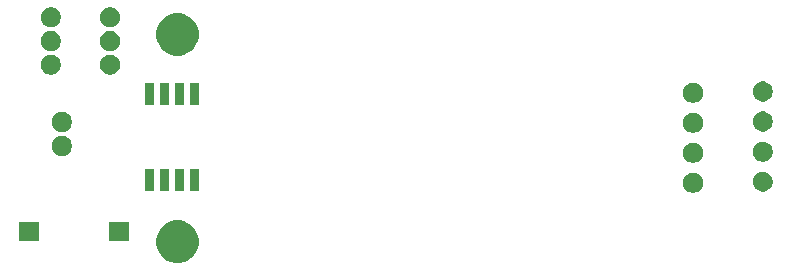
<source format=gbr>
G04 #@! TF.GenerationSoftware,KiCad,Pcbnew,5.0.2+dfsg1-1~bpo9+1*
G04 #@! TF.CreationDate,2020-02-22T15:05:15+00:00*
G04 #@! TF.ProjectId,tiny_powerbank_alyzer,74696e79-5f70-46f7-9765-7262616e6b5f,rev?*
G04 #@! TF.SameCoordinates,Original*
G04 #@! TF.FileFunction,Soldermask,Top*
G04 #@! TF.FilePolarity,Negative*
%FSLAX46Y46*%
G04 Gerber Fmt 4.6, Leading zero omitted, Abs format (unit mm)*
G04 Created by KiCad (PCBNEW 5.0.2+dfsg1-1~bpo9+1) date Sat 22 Feb 2020 15:05:15 GMT*
%MOMM*%
%LPD*%
G01*
G04 APERTURE LIST*
%ADD10C,0.100000*%
G04 APERTURE END LIST*
D10*
G36*
X112132931Y-62720711D02*
X112460692Y-62856474D01*
X112755673Y-63053574D01*
X113006526Y-63304427D01*
X113203626Y-63599408D01*
X113339389Y-63927169D01*
X113408600Y-64275116D01*
X113408600Y-64629884D01*
X113339389Y-64977831D01*
X113203626Y-65305592D01*
X113006526Y-65600573D01*
X112755673Y-65851426D01*
X112460692Y-66048526D01*
X112132931Y-66184289D01*
X111784984Y-66253500D01*
X111430216Y-66253500D01*
X111082269Y-66184289D01*
X110754508Y-66048526D01*
X110459527Y-65851426D01*
X110208674Y-65600573D01*
X110011574Y-65305592D01*
X109875811Y-64977831D01*
X109806600Y-64629884D01*
X109806600Y-64275116D01*
X109875811Y-63927169D01*
X110011574Y-63599408D01*
X110208674Y-63304427D01*
X110459527Y-63053574D01*
X110754508Y-62856474D01*
X111082269Y-62720711D01*
X111430216Y-62651500D01*
X111784984Y-62651500D01*
X112132931Y-62720711D01*
X112132931Y-62720711D01*
G37*
G36*
X107480300Y-64414600D02*
X105854300Y-64414600D01*
X105854300Y-62788600D01*
X107480300Y-62788600D01*
X107480300Y-64414600D01*
X107480300Y-64414600D01*
G37*
G36*
X99860300Y-64414600D02*
X98234300Y-64414600D01*
X98234300Y-62788600D01*
X99860300Y-62788600D01*
X99860300Y-64414600D01*
X99860300Y-64414600D01*
G37*
G36*
X155518428Y-58643103D02*
X155673300Y-58707253D01*
X155812681Y-58800385D01*
X155931215Y-58918919D01*
X156024347Y-59058300D01*
X156088497Y-59213172D01*
X156121200Y-59377584D01*
X156121200Y-59545216D01*
X156088497Y-59709628D01*
X156024347Y-59864500D01*
X155931215Y-60003881D01*
X155812681Y-60122415D01*
X155673300Y-60215547D01*
X155518428Y-60279697D01*
X155354016Y-60312400D01*
X155186384Y-60312400D01*
X155021972Y-60279697D01*
X154867100Y-60215547D01*
X154727719Y-60122415D01*
X154609185Y-60003881D01*
X154516053Y-59864500D01*
X154451903Y-59709628D01*
X154419200Y-59545216D01*
X154419200Y-59377584D01*
X154451903Y-59213172D01*
X154516053Y-59058300D01*
X154609185Y-58918919D01*
X154727719Y-58800385D01*
X154867100Y-58707253D01*
X155021972Y-58643103D01*
X155186384Y-58610400D01*
X155354016Y-58610400D01*
X155518428Y-58643103D01*
X155518428Y-58643103D01*
G37*
G36*
X161406148Y-58541503D02*
X161561020Y-58605653D01*
X161700401Y-58698785D01*
X161818935Y-58817319D01*
X161912067Y-58956700D01*
X161976217Y-59111572D01*
X162008920Y-59275984D01*
X162008920Y-59443616D01*
X161976217Y-59608028D01*
X161912067Y-59762900D01*
X161818935Y-59902281D01*
X161700401Y-60020815D01*
X161561020Y-60113947D01*
X161406148Y-60178097D01*
X161241736Y-60210800D01*
X161074104Y-60210800D01*
X160909692Y-60178097D01*
X160754820Y-60113947D01*
X160615439Y-60020815D01*
X160496905Y-59902281D01*
X160403773Y-59762900D01*
X160339623Y-59608028D01*
X160306920Y-59443616D01*
X160306920Y-59275984D01*
X160339623Y-59111572D01*
X160403773Y-58956700D01*
X160496905Y-58817319D01*
X160615439Y-58698785D01*
X160754820Y-58605653D01*
X160909692Y-58541503D01*
X161074104Y-58508800D01*
X161241736Y-58508800D01*
X161406148Y-58541503D01*
X161406148Y-58541503D01*
G37*
G36*
X112186800Y-60138900D02*
X111434800Y-60138900D01*
X111434800Y-58336900D01*
X112186800Y-58336900D01*
X112186800Y-60138900D01*
X112186800Y-60138900D01*
G37*
G36*
X113456800Y-60138900D02*
X112704800Y-60138900D01*
X112704800Y-58336900D01*
X113456800Y-58336900D01*
X113456800Y-60138900D01*
X113456800Y-60138900D01*
G37*
G36*
X110916800Y-60138900D02*
X110164800Y-60138900D01*
X110164800Y-58336900D01*
X110916800Y-58336900D01*
X110916800Y-60138900D01*
X110916800Y-60138900D01*
G37*
G36*
X109646800Y-60138900D02*
X108894800Y-60138900D01*
X108894800Y-58336900D01*
X109646800Y-58336900D01*
X109646800Y-60138900D01*
X109646800Y-60138900D01*
G37*
G36*
X155518428Y-56103103D02*
X155673300Y-56167253D01*
X155812681Y-56260385D01*
X155931215Y-56378919D01*
X156024347Y-56518300D01*
X156088497Y-56673172D01*
X156121200Y-56837584D01*
X156121200Y-57005216D01*
X156088497Y-57169628D01*
X156024347Y-57324500D01*
X155931215Y-57463881D01*
X155812681Y-57582415D01*
X155673300Y-57675547D01*
X155518428Y-57739697D01*
X155354016Y-57772400D01*
X155186384Y-57772400D01*
X155021972Y-57739697D01*
X154867100Y-57675547D01*
X154727719Y-57582415D01*
X154609185Y-57463881D01*
X154516053Y-57324500D01*
X154451903Y-57169628D01*
X154419200Y-57005216D01*
X154419200Y-56837584D01*
X154451903Y-56673172D01*
X154516053Y-56518300D01*
X154609185Y-56378919D01*
X154727719Y-56260385D01*
X154867100Y-56167253D01*
X155021972Y-56103103D01*
X155186384Y-56070400D01*
X155354016Y-56070400D01*
X155518428Y-56103103D01*
X155518428Y-56103103D01*
G37*
G36*
X161411228Y-56011663D02*
X161566100Y-56075813D01*
X161705481Y-56168945D01*
X161824015Y-56287479D01*
X161917147Y-56426860D01*
X161981297Y-56581732D01*
X162014000Y-56746144D01*
X162014000Y-56913776D01*
X161981297Y-57078188D01*
X161917147Y-57233060D01*
X161824015Y-57372441D01*
X161705481Y-57490975D01*
X161566100Y-57584107D01*
X161411228Y-57648257D01*
X161246816Y-57680960D01*
X161079184Y-57680960D01*
X160914772Y-57648257D01*
X160759900Y-57584107D01*
X160620519Y-57490975D01*
X160501985Y-57372441D01*
X160408853Y-57233060D01*
X160344703Y-57078188D01*
X160312000Y-56913776D01*
X160312000Y-56746144D01*
X160344703Y-56581732D01*
X160408853Y-56426860D01*
X160501985Y-56287479D01*
X160620519Y-56168945D01*
X160759900Y-56075813D01*
X160914772Y-56011663D01*
X161079184Y-55978960D01*
X161246816Y-55978960D01*
X161411228Y-56011663D01*
X161411228Y-56011663D01*
G37*
G36*
X102064128Y-55518903D02*
X102219000Y-55583053D01*
X102358381Y-55676185D01*
X102476915Y-55794719D01*
X102570047Y-55934100D01*
X102634197Y-56088972D01*
X102666900Y-56253384D01*
X102666900Y-56421016D01*
X102634197Y-56585428D01*
X102570047Y-56740300D01*
X102476915Y-56879681D01*
X102358381Y-56998215D01*
X102219000Y-57091347D01*
X102064128Y-57155497D01*
X101899716Y-57188200D01*
X101732084Y-57188200D01*
X101567672Y-57155497D01*
X101412800Y-57091347D01*
X101273419Y-56998215D01*
X101154885Y-56879681D01*
X101061753Y-56740300D01*
X100997603Y-56585428D01*
X100964900Y-56421016D01*
X100964900Y-56253384D01*
X100997603Y-56088972D01*
X101061753Y-55934100D01*
X101154885Y-55794719D01*
X101273419Y-55676185D01*
X101412800Y-55583053D01*
X101567672Y-55518903D01*
X101732084Y-55486200D01*
X101899716Y-55486200D01*
X102064128Y-55518903D01*
X102064128Y-55518903D01*
G37*
G36*
X155518428Y-53563103D02*
X155673300Y-53627253D01*
X155812681Y-53720385D01*
X155931215Y-53838919D01*
X156024347Y-53978300D01*
X156088497Y-54133172D01*
X156121200Y-54297584D01*
X156121200Y-54465216D01*
X156088497Y-54629628D01*
X156024347Y-54784500D01*
X155931215Y-54923881D01*
X155812681Y-55042415D01*
X155673300Y-55135547D01*
X155518428Y-55199697D01*
X155354016Y-55232400D01*
X155186384Y-55232400D01*
X155021972Y-55199697D01*
X154867100Y-55135547D01*
X154727719Y-55042415D01*
X154609185Y-54923881D01*
X154516053Y-54784500D01*
X154451903Y-54629628D01*
X154419200Y-54465216D01*
X154419200Y-54297584D01*
X154451903Y-54133172D01*
X154516053Y-53978300D01*
X154609185Y-53838919D01*
X154727719Y-53720385D01*
X154867100Y-53627253D01*
X155021972Y-53563103D01*
X155186384Y-53530400D01*
X155354016Y-53530400D01*
X155518428Y-53563103D01*
X155518428Y-53563103D01*
G37*
G36*
X102064128Y-53486903D02*
X102219000Y-53551053D01*
X102358381Y-53644185D01*
X102476915Y-53762719D01*
X102570047Y-53902100D01*
X102634197Y-54056972D01*
X102666900Y-54221384D01*
X102666900Y-54389016D01*
X102634197Y-54553428D01*
X102570047Y-54708300D01*
X102476915Y-54847681D01*
X102358381Y-54966215D01*
X102219000Y-55059347D01*
X102064128Y-55123497D01*
X101899716Y-55156200D01*
X101732084Y-55156200D01*
X101567672Y-55123497D01*
X101412800Y-55059347D01*
X101273419Y-54966215D01*
X101154885Y-54847681D01*
X101061753Y-54708300D01*
X100997603Y-54553428D01*
X100964900Y-54389016D01*
X100964900Y-54221384D01*
X100997603Y-54056972D01*
X101061753Y-53902100D01*
X101154885Y-53762719D01*
X101273419Y-53644185D01*
X101412800Y-53551053D01*
X101567672Y-53486903D01*
X101732084Y-53454200D01*
X101899716Y-53454200D01*
X102064128Y-53486903D01*
X102064128Y-53486903D01*
G37*
G36*
X161411228Y-53456423D02*
X161566100Y-53520573D01*
X161705481Y-53613705D01*
X161824015Y-53732239D01*
X161917147Y-53871620D01*
X161981297Y-54026492D01*
X162014000Y-54190904D01*
X162014000Y-54358536D01*
X161981297Y-54522948D01*
X161917147Y-54677820D01*
X161824015Y-54817201D01*
X161705481Y-54935735D01*
X161566100Y-55028867D01*
X161411228Y-55093017D01*
X161246816Y-55125720D01*
X161079184Y-55125720D01*
X160914772Y-55093017D01*
X160759900Y-55028867D01*
X160620519Y-54935735D01*
X160501985Y-54817201D01*
X160408853Y-54677820D01*
X160344703Y-54522948D01*
X160312000Y-54358536D01*
X160312000Y-54190904D01*
X160344703Y-54026492D01*
X160408853Y-53871620D01*
X160501985Y-53732239D01*
X160620519Y-53613705D01*
X160759900Y-53520573D01*
X160914772Y-53456423D01*
X161079184Y-53423720D01*
X161246816Y-53423720D01*
X161411228Y-53456423D01*
X161411228Y-53456423D01*
G37*
G36*
X109646800Y-52838900D02*
X108894800Y-52838900D01*
X108894800Y-51036900D01*
X109646800Y-51036900D01*
X109646800Y-52838900D01*
X109646800Y-52838900D01*
G37*
G36*
X110916800Y-52838900D02*
X110164800Y-52838900D01*
X110164800Y-51036900D01*
X110916800Y-51036900D01*
X110916800Y-52838900D01*
X110916800Y-52838900D01*
G37*
G36*
X112186800Y-52838900D02*
X111434800Y-52838900D01*
X111434800Y-51036900D01*
X112186800Y-51036900D01*
X112186800Y-52838900D01*
X112186800Y-52838900D01*
G37*
G36*
X113456800Y-52838900D02*
X112704800Y-52838900D01*
X112704800Y-51036900D01*
X113456800Y-51036900D01*
X113456800Y-52838900D01*
X113456800Y-52838900D01*
G37*
G36*
X155518428Y-51023103D02*
X155673300Y-51087253D01*
X155812681Y-51180385D01*
X155931215Y-51298919D01*
X156024347Y-51438300D01*
X156088497Y-51593172D01*
X156121200Y-51757584D01*
X156121200Y-51925216D01*
X156088497Y-52089628D01*
X156024347Y-52244500D01*
X155931215Y-52383881D01*
X155812681Y-52502415D01*
X155673300Y-52595547D01*
X155518428Y-52659697D01*
X155354016Y-52692400D01*
X155186384Y-52692400D01*
X155021972Y-52659697D01*
X154867100Y-52595547D01*
X154727719Y-52502415D01*
X154609185Y-52383881D01*
X154516053Y-52244500D01*
X154451903Y-52089628D01*
X154419200Y-51925216D01*
X154419200Y-51757584D01*
X154451903Y-51593172D01*
X154516053Y-51438300D01*
X154609185Y-51298919D01*
X154727719Y-51180385D01*
X154867100Y-51087253D01*
X155021972Y-51023103D01*
X155186384Y-50990400D01*
X155354016Y-50990400D01*
X155518428Y-51023103D01*
X155518428Y-51023103D01*
G37*
G36*
X161411228Y-50916423D02*
X161566100Y-50980573D01*
X161705481Y-51073705D01*
X161824015Y-51192239D01*
X161917147Y-51331620D01*
X161981297Y-51486492D01*
X162014000Y-51650904D01*
X162014000Y-51818536D01*
X161981297Y-51982948D01*
X161917147Y-52137820D01*
X161824015Y-52277201D01*
X161705481Y-52395735D01*
X161566100Y-52488867D01*
X161411228Y-52553017D01*
X161246816Y-52585720D01*
X161079184Y-52585720D01*
X160914772Y-52553017D01*
X160759900Y-52488867D01*
X160620519Y-52395735D01*
X160501985Y-52277201D01*
X160408853Y-52137820D01*
X160344703Y-51982948D01*
X160312000Y-51818536D01*
X160312000Y-51650904D01*
X160344703Y-51486492D01*
X160408853Y-51331620D01*
X160501985Y-51192239D01*
X160620519Y-51073705D01*
X160759900Y-50980573D01*
X160914772Y-50916423D01*
X161079184Y-50883720D01*
X161246816Y-50883720D01*
X161411228Y-50916423D01*
X161411228Y-50916423D01*
G37*
G36*
X101137028Y-48643123D02*
X101291900Y-48707273D01*
X101431281Y-48800405D01*
X101549815Y-48918939D01*
X101642947Y-49058320D01*
X101707097Y-49213192D01*
X101739800Y-49377604D01*
X101739800Y-49545236D01*
X101707097Y-49709648D01*
X101642947Y-49864520D01*
X101549815Y-50003901D01*
X101431281Y-50122435D01*
X101291900Y-50215567D01*
X101137028Y-50279717D01*
X100972616Y-50312420D01*
X100804984Y-50312420D01*
X100640572Y-50279717D01*
X100485700Y-50215567D01*
X100346319Y-50122435D01*
X100227785Y-50003901D01*
X100134653Y-49864520D01*
X100070503Y-49709648D01*
X100037800Y-49545236D01*
X100037800Y-49377604D01*
X100070503Y-49213192D01*
X100134653Y-49058320D01*
X100227785Y-48918939D01*
X100346319Y-48800405D01*
X100485700Y-48707273D01*
X100640572Y-48643123D01*
X100804984Y-48610420D01*
X100972616Y-48610420D01*
X101137028Y-48643123D01*
X101137028Y-48643123D01*
G37*
G36*
X106140828Y-48643123D02*
X106295700Y-48707273D01*
X106435081Y-48800405D01*
X106553615Y-48918939D01*
X106646747Y-49058320D01*
X106710897Y-49213192D01*
X106743600Y-49377604D01*
X106743600Y-49545236D01*
X106710897Y-49709648D01*
X106646747Y-49864520D01*
X106553615Y-50003901D01*
X106435081Y-50122435D01*
X106295700Y-50215567D01*
X106140828Y-50279717D01*
X105976416Y-50312420D01*
X105808784Y-50312420D01*
X105644372Y-50279717D01*
X105489500Y-50215567D01*
X105350119Y-50122435D01*
X105231585Y-50003901D01*
X105138453Y-49864520D01*
X105074303Y-49709648D01*
X105041600Y-49545236D01*
X105041600Y-49377604D01*
X105074303Y-49213192D01*
X105138453Y-49058320D01*
X105231585Y-48918939D01*
X105350119Y-48800405D01*
X105489500Y-48707273D01*
X105644372Y-48643123D01*
X105808784Y-48610420D01*
X105976416Y-48610420D01*
X106140828Y-48643123D01*
X106140828Y-48643123D01*
G37*
G36*
X112132931Y-45169311D02*
X112460692Y-45305074D01*
X112755673Y-45502174D01*
X113006526Y-45753027D01*
X113203626Y-46048008D01*
X113339389Y-46375769D01*
X113408600Y-46723716D01*
X113408600Y-47078484D01*
X113339389Y-47426431D01*
X113203626Y-47754192D01*
X113006526Y-48049173D01*
X112755673Y-48300026D01*
X112460692Y-48497126D01*
X112132931Y-48632889D01*
X111784984Y-48702100D01*
X111430216Y-48702100D01*
X111082269Y-48632889D01*
X110754508Y-48497126D01*
X110459527Y-48300026D01*
X110208674Y-48049173D01*
X110011574Y-47754192D01*
X109875811Y-47426431D01*
X109806600Y-47078484D01*
X109806600Y-46723716D01*
X109875811Y-46375769D01*
X110011574Y-46048008D01*
X110208674Y-45753027D01*
X110459527Y-45502174D01*
X110754508Y-45305074D01*
X111082269Y-45169311D01*
X111430216Y-45100100D01*
X111784984Y-45100100D01*
X112132931Y-45169311D01*
X112132931Y-45169311D01*
G37*
G36*
X106140828Y-46641603D02*
X106295700Y-46705753D01*
X106435081Y-46798885D01*
X106553615Y-46917419D01*
X106646747Y-47056800D01*
X106710897Y-47211672D01*
X106743600Y-47376084D01*
X106743600Y-47543716D01*
X106710897Y-47708128D01*
X106646747Y-47863000D01*
X106553615Y-48002381D01*
X106435081Y-48120915D01*
X106295700Y-48214047D01*
X106140828Y-48278197D01*
X105976416Y-48310900D01*
X105808784Y-48310900D01*
X105644372Y-48278197D01*
X105489500Y-48214047D01*
X105350119Y-48120915D01*
X105231585Y-48002381D01*
X105138453Y-47863000D01*
X105074303Y-47708128D01*
X105041600Y-47543716D01*
X105041600Y-47376084D01*
X105074303Y-47211672D01*
X105138453Y-47056800D01*
X105231585Y-46917419D01*
X105350119Y-46798885D01*
X105489500Y-46705753D01*
X105644372Y-46641603D01*
X105808784Y-46608900D01*
X105976416Y-46608900D01*
X106140828Y-46641603D01*
X106140828Y-46641603D01*
G37*
G36*
X101137028Y-46641603D02*
X101291900Y-46705753D01*
X101431281Y-46798885D01*
X101549815Y-46917419D01*
X101642947Y-47056800D01*
X101707097Y-47211672D01*
X101739800Y-47376084D01*
X101739800Y-47543716D01*
X101707097Y-47708128D01*
X101642947Y-47863000D01*
X101549815Y-48002381D01*
X101431281Y-48120915D01*
X101291900Y-48214047D01*
X101137028Y-48278197D01*
X100972616Y-48310900D01*
X100804984Y-48310900D01*
X100640572Y-48278197D01*
X100485700Y-48214047D01*
X100346319Y-48120915D01*
X100227785Y-48002381D01*
X100134653Y-47863000D01*
X100070503Y-47708128D01*
X100037800Y-47543716D01*
X100037800Y-47376084D01*
X100070503Y-47211672D01*
X100134653Y-47056800D01*
X100227785Y-46917419D01*
X100346319Y-46798885D01*
X100485700Y-46705753D01*
X100640572Y-46641603D01*
X100804984Y-46608900D01*
X100972616Y-46608900D01*
X101137028Y-46641603D01*
X101137028Y-46641603D01*
G37*
G36*
X101137028Y-44640083D02*
X101291900Y-44704233D01*
X101431281Y-44797365D01*
X101549815Y-44915899D01*
X101642947Y-45055280D01*
X101707097Y-45210152D01*
X101739800Y-45374564D01*
X101739800Y-45542196D01*
X101707097Y-45706608D01*
X101642947Y-45861480D01*
X101549815Y-46000861D01*
X101431281Y-46119395D01*
X101291900Y-46212527D01*
X101137028Y-46276677D01*
X100972616Y-46309380D01*
X100804984Y-46309380D01*
X100640572Y-46276677D01*
X100485700Y-46212527D01*
X100346319Y-46119395D01*
X100227785Y-46000861D01*
X100134653Y-45861480D01*
X100070503Y-45706608D01*
X100037800Y-45542196D01*
X100037800Y-45374564D01*
X100070503Y-45210152D01*
X100134653Y-45055280D01*
X100227785Y-44915899D01*
X100346319Y-44797365D01*
X100485700Y-44704233D01*
X100640572Y-44640083D01*
X100804984Y-44607380D01*
X100972616Y-44607380D01*
X101137028Y-44640083D01*
X101137028Y-44640083D01*
G37*
G36*
X106140828Y-44640083D02*
X106295700Y-44704233D01*
X106435081Y-44797365D01*
X106553615Y-44915899D01*
X106646747Y-45055280D01*
X106710897Y-45210152D01*
X106743600Y-45374564D01*
X106743600Y-45542196D01*
X106710897Y-45706608D01*
X106646747Y-45861480D01*
X106553615Y-46000861D01*
X106435081Y-46119395D01*
X106295700Y-46212527D01*
X106140828Y-46276677D01*
X105976416Y-46309380D01*
X105808784Y-46309380D01*
X105644372Y-46276677D01*
X105489500Y-46212527D01*
X105350119Y-46119395D01*
X105231585Y-46000861D01*
X105138453Y-45861480D01*
X105074303Y-45706608D01*
X105041600Y-45542196D01*
X105041600Y-45374564D01*
X105074303Y-45210152D01*
X105138453Y-45055280D01*
X105231585Y-44915899D01*
X105350119Y-44797365D01*
X105489500Y-44704233D01*
X105644372Y-44640083D01*
X105808784Y-44607380D01*
X105976416Y-44607380D01*
X106140828Y-44640083D01*
X106140828Y-44640083D01*
G37*
M02*

</source>
